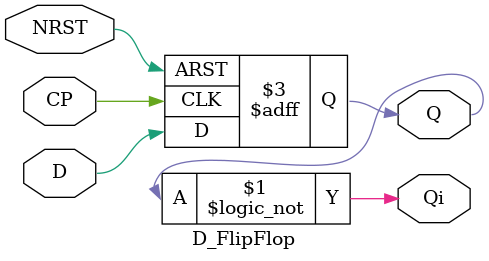
<source format=v>
`timescale 1ns / 1ps


module D_FlipFlop(
    input wire D,
    input wire CP,
    output reg Q,
    output wire Qi,
    input wire NRST
    );
    
assign  Qi = !Q;

always @(posedge CP or negedge NRST) begin
    case(NRST)
        1'b0:   Q <= 0;
        1'b1:   Q <= D;
    endcase
end

endmodule

</source>
